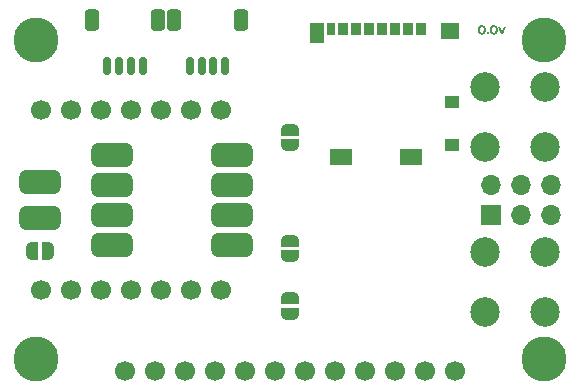
<source format=gbr>
%TF.GenerationSoftware,KiCad,Pcbnew,9.0.1-9.0.1-0~ubuntu22.04.1*%
%TF.CreationDate,2025-04-14T00:42:50-04:00*%
%TF.ProjectId,FlatSat,466c6174-5361-4742-9e6b-696361645f70,rev?*%
%TF.SameCoordinates,Original*%
%TF.FileFunction,Soldermask,Bot*%
%TF.FilePolarity,Negative*%
%FSLAX46Y46*%
G04 Gerber Fmt 4.6, Leading zero omitted, Abs format (unit mm)*
G04 Created by KiCad (PCBNEW 9.0.1-9.0.1-0~ubuntu22.04.1) date 2025-04-14 00:42:50*
%MOMM*%
%LPD*%
G01*
G04 APERTURE LIST*
G04 Aperture macros list*
%AMRoundRect*
0 Rectangle with rounded corners*
0 $1 Rounding radius*
0 $2 $3 $4 $5 $6 $7 $8 $9 X,Y pos of 4 corners*
0 Add a 4 corners polygon primitive as box body*
4,1,4,$2,$3,$4,$5,$6,$7,$8,$9,$2,$3,0*
0 Add four circle primitives for the rounded corners*
1,1,$1+$1,$2,$3*
1,1,$1+$1,$4,$5*
1,1,$1+$1,$6,$7*
1,1,$1+$1,$8,$9*
0 Add four rect primitives between the rounded corners*
20,1,$1+$1,$2,$3,$4,$5,0*
20,1,$1+$1,$4,$5,$6,$7,0*
20,1,$1+$1,$6,$7,$8,$9,0*
20,1,$1+$1,$8,$9,$2,$3,0*%
%AMFreePoly0*
4,1,23,0.500000,-0.750000,0.000000,-0.750000,0.000000,-0.745722,-0.065263,-0.745722,-0.191342,-0.711940,-0.304381,-0.646677,-0.396677,-0.554381,-0.461940,-0.441342,-0.495722,-0.315263,-0.495722,-0.250000,-0.500000,-0.250000,-0.500000,0.250000,-0.495722,0.250000,-0.495722,0.315263,-0.461940,0.441342,-0.396677,0.554381,-0.304381,0.646677,-0.191342,0.711940,-0.065263,0.745722,0.000000,0.745722,
0.000000,0.750000,0.500000,0.750000,0.500000,-0.750000,0.500000,-0.750000,$1*%
%AMFreePoly1*
4,1,23,0.000000,0.745722,0.065263,0.745722,0.191342,0.711940,0.304381,0.646677,0.396677,0.554381,0.461940,0.441342,0.495722,0.315263,0.495722,0.250000,0.500000,0.250000,0.500000,-0.250000,0.495722,-0.250000,0.495722,-0.315263,0.461940,-0.441342,0.396677,-0.554381,0.304381,-0.646677,0.191342,-0.711940,0.065263,-0.745722,0.000000,-0.745722,0.000000,-0.750000,-0.500000,-0.750000,
-0.500000,0.750000,0.000000,0.750000,0.000000,0.745722,0.000000,0.745722,$1*%
G04 Aperture macros list end*
%ADD10C,0.150000*%
%ADD11C,3.800000*%
%ADD12C,2.500000*%
%ADD13C,1.700000*%
%ADD14R,1.700000X1.700000*%
%ADD15O,1.700000X1.700000*%
%ADD16RoundRect,0.500000X1.250000X-0.500000X1.250000X0.500000X-1.250000X0.500000X-1.250000X-0.500000X0*%
%ADD17FreePoly0,0.000000*%
%ADD18FreePoly1,0.000000*%
%ADD19R,0.850000X1.100000*%
%ADD20R,0.750000X1.100000*%
%ADD21R,1.200000X1.000000*%
%ADD22R,1.550000X1.350000*%
%ADD23R,1.900000X1.350000*%
%ADD24R,1.170000X1.800000*%
%ADD25FreePoly0,270.000000*%
%ADD26FreePoly1,270.000000*%
%ADD27RoundRect,0.150000X-0.150000X-0.625000X0.150000X-0.625000X0.150000X0.625000X-0.150000X0.625000X0*%
%ADD28RoundRect,0.250000X-0.350000X-0.650000X0.350000X-0.650000X0.350000X0.650000X-0.350000X0.650000X0*%
%ADD29FreePoly0,90.000000*%
%ADD30FreePoly1,90.000000*%
G04 APERTURE END LIST*
D10*
G36*
X18055512Y14006000D02*
G01*
X18308695Y14608498D01*
X18128590Y14608498D01*
X17917906Y14090263D01*
X18007739Y14090263D01*
X17788750Y14608498D01*
X17621395Y14608498D01*
X17875212Y14006000D01*
X18055512Y14006000D01*
G37*
G36*
X17309293Y14797769D02*
G01*
X17366502Y14781901D01*
X17418967Y14755727D01*
X17465343Y14719955D01*
X17505140Y14674405D01*
X17538646Y14617730D01*
X17562108Y14555891D01*
X17577020Y14483306D01*
X17582316Y14398009D01*
X17577020Y14312679D01*
X17562106Y14240079D01*
X17538646Y14178240D01*
X17505143Y14121596D01*
X17465347Y14076061D01*
X17418967Y14040291D01*
X17366502Y14014118D01*
X17309293Y13998249D01*
X17246189Y13992810D01*
X17183086Y13998250D01*
X17125895Y14014120D01*
X17073461Y14040291D01*
X17027051Y14076064D01*
X16987238Y14121600D01*
X16953733Y14178240D01*
X16930272Y14240079D01*
X16915359Y14312679D01*
X16910062Y14398009D01*
X17093049Y14398009D01*
X17095545Y14338875D01*
X17102351Y14291354D01*
X17112588Y14253564D01*
X17128214Y14217895D01*
X17146248Y14191145D01*
X17166517Y14171694D01*
X17190512Y14157311D01*
X17216845Y14148666D01*
X17246189Y14145706D01*
X17275120Y14148646D01*
X17301369Y14157272D01*
X17325568Y14171694D01*
X17346014Y14191170D01*
X17364144Y14217923D01*
X17379790Y14253564D01*
X17390027Y14291354D01*
X17396833Y14338875D01*
X17399330Y14398009D01*
X17396825Y14457454D01*
X17390012Y14504998D01*
X17379790Y14542601D01*
X17364153Y14578111D01*
X17346025Y14604807D01*
X17325568Y14624276D01*
X17301366Y14638726D01*
X17275118Y14647368D01*
X17246189Y14650312D01*
X17216848Y14647347D01*
X17190515Y14638687D01*
X17166517Y14624276D01*
X17146237Y14604831D01*
X17128204Y14578139D01*
X17112588Y14542601D01*
X17102367Y14504998D01*
X17095553Y14457454D01*
X17093049Y14398009D01*
X16910062Y14398009D01*
X16915358Y14483306D01*
X16930271Y14555891D01*
X16953733Y14617730D01*
X16987241Y14674401D01*
X17027054Y14719952D01*
X17073461Y14755727D01*
X17125895Y14781899D01*
X17183086Y14797768D01*
X17246189Y14803208D01*
X17309293Y14797769D01*
G37*
G36*
X16733377Y13997500D02*
G01*
X16762714Y14000996D01*
X16788283Y14011168D01*
X16810997Y14028226D01*
X16828512Y14050446D01*
X16839043Y14076219D01*
X16842700Y14106628D01*
X16838992Y14137721D01*
X16828421Y14163461D01*
X16810997Y14185078D01*
X16788352Y14201556D01*
X16762779Y14211427D01*
X16733377Y14214827D01*
X16704462Y14211445D01*
X16679120Y14201592D01*
X16656489Y14185078D01*
X16639037Y14163458D01*
X16628450Y14137718D01*
X16624738Y14106628D01*
X16628400Y14076223D01*
X16638946Y14050450D01*
X16656489Y14028226D01*
X16679189Y14011130D01*
X16704526Y14000976D01*
X16733377Y13997500D01*
G37*
G36*
X16285427Y14797769D02*
G01*
X16342636Y14781901D01*
X16395101Y14755727D01*
X16441477Y14719955D01*
X16481274Y14674405D01*
X16514780Y14617730D01*
X16538242Y14555891D01*
X16553154Y14483306D01*
X16558450Y14398009D01*
X16553154Y14312679D01*
X16538240Y14240079D01*
X16514780Y14178240D01*
X16481277Y14121596D01*
X16441481Y14076061D01*
X16395101Y14040291D01*
X16342636Y14014118D01*
X16285427Y13998249D01*
X16222323Y13992810D01*
X16159220Y13998250D01*
X16102029Y14014120D01*
X16049595Y14040291D01*
X16003185Y14076064D01*
X15963372Y14121600D01*
X15929867Y14178240D01*
X15906406Y14240079D01*
X15891493Y14312679D01*
X15886196Y14398009D01*
X16069183Y14398009D01*
X16071679Y14338875D01*
X16078485Y14291354D01*
X16088722Y14253564D01*
X16104348Y14217895D01*
X16122382Y14191145D01*
X16142651Y14171694D01*
X16166646Y14157311D01*
X16192979Y14148666D01*
X16222323Y14145706D01*
X16251254Y14148646D01*
X16277503Y14157272D01*
X16301702Y14171694D01*
X16322148Y14191170D01*
X16340278Y14217923D01*
X16355924Y14253564D01*
X16366161Y14291354D01*
X16372967Y14338875D01*
X16375464Y14398009D01*
X16372959Y14457454D01*
X16366146Y14504998D01*
X16355924Y14542601D01*
X16340287Y14578111D01*
X16322159Y14604807D01*
X16301702Y14624276D01*
X16277500Y14638726D01*
X16251252Y14647368D01*
X16222323Y14650312D01*
X16192982Y14647347D01*
X16166649Y14638687D01*
X16142651Y14624276D01*
X16122371Y14604831D01*
X16104338Y14578139D01*
X16088722Y14542601D01*
X16078501Y14504998D01*
X16071687Y14457454D01*
X16069183Y14398009D01*
X15886196Y14398009D01*
X15891492Y14483306D01*
X15906405Y14555891D01*
X15929867Y14617730D01*
X15963375Y14674401D01*
X16003188Y14719952D01*
X16049595Y14755727D01*
X16102029Y14781899D01*
X16159220Y14797768D01*
X16222323Y14803208D01*
X16285427Y14797769D01*
G37*
D11*
%TO.C,REF\u002A\u002A*%
X-21500000Y-13500000D03*
%TD*%
D12*
%TO.C,AE1*%
X21540000Y-4460000D03*
X16460000Y-4460000D03*
X21540000Y-9540000D03*
X16460000Y-9540000D03*
%TD*%
D11*
%TO.C,REF\u002A\u002A*%
X21500000Y-13500000D03*
%TD*%
D12*
%TO.C,AE2*%
X21540000Y9540000D03*
X16460000Y9540000D03*
X21540000Y4460000D03*
X16460000Y4460000D03*
%TD*%
D11*
%TO.C,REF\u002A\u002A*%
X21500000Y13500000D03*
%TD*%
D13*
%TO.C,U1*%
X-21120000Y-7620000D03*
X-18580000Y-7620000D03*
X-16040000Y-7620000D03*
X-13500000Y-7620000D03*
X-10960000Y-7620000D03*
X-8420000Y-7620000D03*
X-5880000Y-7620000D03*
X-5880000Y7620000D03*
X-8420000Y7620000D03*
X-10960000Y7620000D03*
X-13500000Y7620000D03*
X-16040000Y7620000D03*
X-18580000Y7620000D03*
X-21120000Y7620000D03*
%TD*%
D14*
%TO.C,J4*%
X17000000Y-1270000D03*
D15*
X17000000Y1270000D03*
X19540000Y-1270000D03*
X19540000Y1270000D03*
X22080000Y-1270000D03*
X22080000Y1270000D03*
%TD*%
D11*
%TO.C,REF\u002A\u002A*%
X-21500000Y13500000D03*
%TD*%
D16*
%TO.C,U4*%
X-4920000Y3810000D03*
X-4920000Y1270000D03*
X-4920000Y-1270000D03*
X-4920000Y-3810000D03*
X-15080000Y3810000D03*
X-15080000Y1270000D03*
X-15080000Y-1270000D03*
X-15080000Y-3810000D03*
%TD*%
D13*
%TO.C,J5*%
X-13970000Y-14500000D03*
X-11430000Y-14500000D03*
X-8890000Y-14500000D03*
X-6350000Y-14500000D03*
X-3810000Y-14500000D03*
X-1270000Y-14500000D03*
X1270000Y-14500000D03*
X3810000Y-14500000D03*
X6350000Y-14500000D03*
X8890000Y-14500000D03*
X11430000Y-14500000D03*
X13970000Y-14500000D03*
%TD*%
D17*
%TO.C,JP1*%
X-21830000Y-4370000D03*
D18*
X-20530000Y-4370000D03*
%TD*%
D16*
%TO.C,J1*%
X-21150000Y-1500000D03*
X-21150000Y1500000D03*
%TD*%
D19*
%TO.C,J7*%
X11105000Y14450000D03*
X10005000Y14450000D03*
X8905000Y14450000D03*
X7805000Y14450000D03*
X6705000Y14450000D03*
X5605000Y14450000D03*
X4505000Y14450000D03*
D20*
X3455000Y14450000D03*
D21*
X13740000Y8300000D03*
X13740000Y4600000D03*
D22*
X13565000Y14325000D03*
D23*
X10240000Y3625000D03*
X4270000Y3625000D03*
D24*
X2245000Y14100000D03*
%TD*%
D25*
%TO.C,JP2*%
X0Y-3500000D03*
D26*
X0Y-4800000D03*
%TD*%
D27*
%TO.C,J2*%
X-15500000Y11350000D03*
X-14500000Y11350000D03*
X-13500000Y11350000D03*
X-12500000Y11350000D03*
D28*
X-16800000Y15225000D03*
X-11200000Y15225000D03*
%TD*%
D27*
%TO.C,J3*%
X-8500000Y11350000D03*
X-7500000Y11350000D03*
X-6500000Y11350000D03*
X-5500000Y11350000D03*
D28*
X-9800000Y15225000D03*
X-4200000Y15225000D03*
%TD*%
D25*
%TO.C,JP3*%
X0Y5900000D03*
D26*
X0Y4600000D03*
%TD*%
D29*
%TO.C,JP5*%
X0Y-9650000D03*
D30*
X0Y-8350000D03*
%TD*%
M02*

</source>
